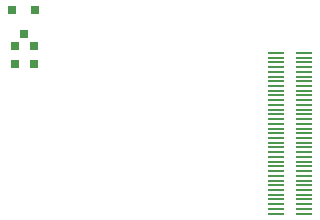
<source format=gtp>
G04 #@! TF.FileFunction,Paste,Top*
%FSLAX46Y46*%
G04 Gerber Fmt 4.6, Leading zero omitted, Abs format (unit mm)*
G04 Created by KiCad (PCBNEW 4.0.2-stable) date 7/26/2016 9:47:51 PM*
%MOMM*%
G01*
G04 APERTURE LIST*
%ADD10C,0.100000*%
%ADD11R,0.800100X0.800100*%
%ADD12R,1.430000X0.200000*%
%ADD13R,0.750000X0.800000*%
G04 APERTURE END LIST*
D10*
D11*
X-1370156Y28720603D03*
X-3270156Y28720603D03*
X-2320156Y26721623D03*
D12*
X21405000Y11500000D03*
X21405000Y11900000D03*
X21405000Y12300000D03*
X21405000Y12700000D03*
X21405000Y13100000D03*
X21405000Y13500000D03*
X21405000Y13900000D03*
X21405000Y14300000D03*
X21405000Y14700000D03*
X21405000Y15100000D03*
X21405000Y15500000D03*
X21405000Y15900000D03*
X21405000Y16300000D03*
X21405000Y16700000D03*
X21405000Y17100000D03*
X21405000Y17500000D03*
X21405000Y17900000D03*
X21405000Y18300000D03*
X21405000Y18700000D03*
X21405000Y19100000D03*
X21405000Y19500000D03*
X21405000Y19900000D03*
X21405000Y20300000D03*
X21405000Y20700000D03*
X21405000Y21100000D03*
X21405000Y21500000D03*
X21405000Y21900000D03*
X21405000Y22300000D03*
X21405000Y22700000D03*
X21405000Y23100000D03*
X21405000Y23500000D03*
X21405000Y23900000D03*
X21405000Y24300000D03*
X21405000Y24700000D03*
X21405000Y25100000D03*
X19055000Y11500000D03*
X19055000Y11900000D03*
X19055000Y12300000D03*
X19055000Y12700000D03*
X19055000Y13100000D03*
X19055000Y13500000D03*
X19055000Y13900000D03*
X19055000Y14300000D03*
X19055000Y14700000D03*
X19055000Y15100000D03*
X19055000Y15500000D03*
X19055000Y15900000D03*
X19055000Y16300000D03*
X19055000Y16700000D03*
X19055000Y17100000D03*
X19055000Y17500000D03*
X19055000Y17900000D03*
X19055000Y18300000D03*
X19055000Y18700000D03*
X19055000Y19100000D03*
X19055000Y19500000D03*
X19055000Y19900000D03*
X19055000Y20300000D03*
X19055000Y20700000D03*
X19055000Y21100000D03*
X19055000Y21500000D03*
X19055000Y21900000D03*
X19055000Y22300000D03*
X19055000Y22700000D03*
X19055000Y23100000D03*
X19055000Y23500000D03*
X19055000Y23900000D03*
X19055000Y24300000D03*
X19055000Y24700000D03*
X19055000Y25100000D03*
D13*
X-1445156Y25654843D03*
X-1445156Y24154843D03*
X-3020156Y25654843D03*
X-3020156Y24154843D03*
M02*

</source>
